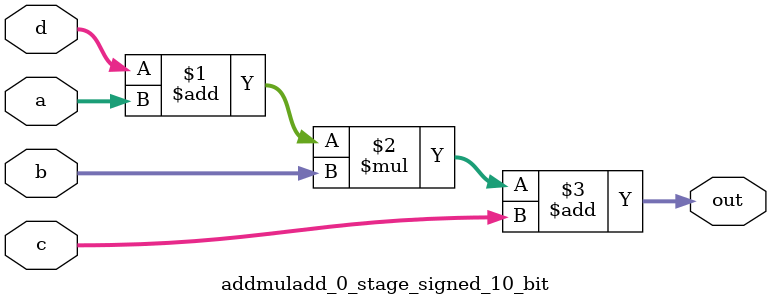
<source format=sv>
(* use_dsp = "yes" *) module addmuladd_0_stage_signed_10_bit(
	input signed [9:0] a,
	input signed [9:0] b,
	input signed [9:0] c,
	input signed [9:0] d,
	output [9:0] out
	);

	assign out = ((d + a) * b) + c;
endmodule

</source>
